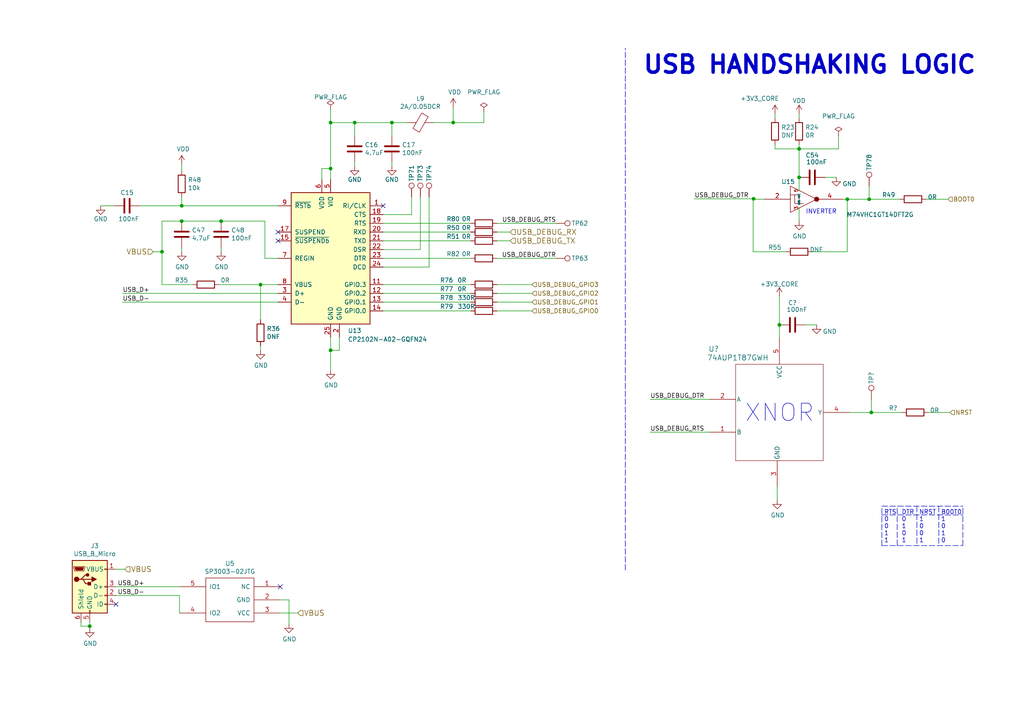
<source format=kicad_sch>
(kicad_sch (version 20211123) (generator eeschema)
  (paper "A4")
  (title_block (title "Open Smart Monitor") (date "2022-09-26") (rev "C") (company "Devtank LTD") (comment 1 "Part No: 304-010"))
  (lib_symbols
    (symbol "Connector:TestPoint" (pin_numbers hide) (pin_names (offset 0.762) hide)
      (property "Reference" "TP" (at 0 6.858 0))
      (property "Value" "TestPoint" (at 0 5.08 0))
      (symbol "TestPoint_0_1"
        (circle (center 0 3.302) (radius 0.762))
      )
      (symbol "TestPoint_1_1"
        (pin passive line (at 0 0 90) (length 2.54) (name "1") (number "1"))
      )
    )
    (symbol "Connector:USB_B_Micro" (pin_names (offset 1.016))
      (property "Reference" "J" (at -5.08 11.43 0))
      (property "Value" "USB_B_Micro" (at -5.08 8.89 0))
      (symbol "USB_B_Micro_0_1"
        (rectangle (start -5.08 -7.62) (end 5.08 7.62) (stroke (width 0.254)) (fill (type background)))
        (circle (center -3.81 2.159) (radius 0.635) (stroke (width 0.254)) (fill (type outline)))
        (circle (center -0.635 3.429) (radius 0.381) (stroke (width 0.254)) (fill (type outline)))
        (rectangle (start -0.127 -7.62) (end 0.127 -6.858))
        (polyline (pts (xy -1.905 2.159) (xy 0.635 2.159)) (stroke (width 0.254)))
        (polyline (pts (xy -3.175 2.159) (xy -2.54 2.159) (xy -1.27 3.429) (xy -0.635 3.429)) (stroke (width 0.254)))
        (polyline (pts (xy -2.54 2.159) (xy -1.905 2.159) (xy -1.27 0.889) (xy 0 0.889)) (stroke (width 0.254)))
        (polyline (pts (xy 0.635 2.794) (xy 0.635 1.524) (xy 1.905 2.159) (xy 0.635 2.794)) (stroke (width 0.254)) (fill (type outline)))
        (polyline (pts (xy -4.318 5.588) (xy -1.778 5.588) (xy -2.032 4.826) (xy -4.064 4.826) (xy -4.318 5.588)) (fill (type outline)))
        (polyline (pts (xy -4.699 5.842) (xy -4.699 5.588) (xy -4.445 4.826) (xy -4.445 4.572) (xy -1.651 4.572) (xy -1.651 4.826) (xy -1.397 5.588) (xy -1.397 5.842) (xy -4.699 5.842)))
        (rectangle (start 0.254 1.27) (end -0.508 0.508) (stroke (width 0.254)) (fill (type outline)))
        (rectangle (start 5.08 -5.207) (end 4.318 -4.953))
        (rectangle (start 5.08 -2.667) (end 4.318 -2.413))
        (rectangle (start 5.08 -0.127) (end 4.318 0.127))
        (rectangle (start 5.08 4.953) (end 4.318 5.207))
      )
      (symbol "USB_B_Micro_1_1"
        (pin power_out line (at 7.62 5.08 180) (length 2.54) (name "VBUS") (number "1"))
        (pin bidirectional line (at 7.62 -2.54 180) (length 2.54) (name "D-") (number "2"))
        (pin bidirectional line (at 7.62 0 180) (length 2.54) (name "D+") (number "3"))
        (pin passive line (at 7.62 -5.08 180) (length 2.54) (name "ID") (number "4"))
        (pin power_out line (at 0 -10.16 90) (length 2.54) (name "GND") (number "5"))
        (pin passive line (at -2.54 -10.16 90) (length 2.54) (name "Shield") (number "6"))
      )
    )
    (symbol "Device:C" (pin_numbers hide) (pin_names (offset 0.254))
      (property "Reference" "C" (at 0.635 2.54 0))
      (property "Value" "C" (at 0.635 -2.54 0))
      (symbol "C_0_1"
        (polyline (pts (xy -2.032 -0.762) (xy 2.032 -0.762)) (stroke (width 0.508)))
        (polyline (pts (xy -2.032 0.762) (xy 2.032 0.762)) (stroke (width 0.508)))
      )
      (symbol "C_1_1"
        (pin passive line (at 0 3.81 270) (length 2.794) (name "~") (number "1"))
        (pin passive line (at 0 -3.81 90) (length 2.794) (name "~") (number "2"))
      )
    )
    (symbol "Device:FerriteBead" (pin_numbers hide) (pin_names (offset 0))
      (property "Reference" "FB" (at -3.81 0.635 90))
      (property "Value" "FerriteBead" (at 3.81 0 90))
      (symbol "FerriteBead_0_1"
        (polyline (pts (xy 0 -1.27) (xy 0 -1.2192)))
        (polyline (pts (xy 0 1.27) (xy 0 1.2954)))
        (polyline (pts (xy -2.7686 0.4064) (xy -1.7018 2.2606) (xy 2.7686 -0.3048) (xy 1.6764 -2.159) (xy -2.7686 0.4064)))
      )
      (symbol "FerriteBead_1_1"
        (pin passive line (at 0 3.81 270) (length 2.54) (name "~") (number "1"))
        (pin passive line (at 0 -3.81 90) (length 2.54) (name "~") (number "2"))
      )
    )
    (symbol "Device:R" (pin_numbers hide) (pin_names (offset 0))
      (property "Reference" "R" (at 2.032 0 90))
      (property "Value" "R" (at 0 0 90))
      (symbol "R_0_1"
        (rectangle (start -1.016 -2.54) (end 1.016 2.54) (stroke (width 0.254)))
      )
      (symbol "R_1_1"
        (pin passive line (at 0 3.81 270) (length 1.27) (name "~") (number "1"))
        (pin passive line (at 0 -3.81 90) (length 1.27) (name "~") (number "2"))
      )
    )
    (symbol "Devtank:+3V3_CORE" (power) (pin_names (offset 0))
      (property "Value" "+3V3_CORE" (at 0 3.556 0))
      (symbol "+3V3_CORE_0_1"
        (polyline (pts (xy -0.762 1.27) (xy 0 2.54)))
        (polyline (pts (xy 0 0) (xy 0 2.54)))
        (polyline (pts (xy 0 2.54) (xy 0.762 1.27)))
      )
      (symbol "+3V3_CORE_1_1"
        (pin power_in line (at 0 0 90) (length 0) hide (name "+3V3_CORE") (number "1"))
      )
    )
    (symbol "Devtank:74AUP1T87GWH" (pin_names (offset 0.254))
      (property "Reference" "U" (at 0.635 9.525 0))
      (property "Value" "74AUP1T87GWH" (at 8.255 6.985 0))
      (symbol "74AUP1T87GWH_0_1"
        (polyline (pts (xy 7.62 -22.86) (xy 33.02 -22.86)) (stroke (width 0.127)))
        (polyline (pts (xy 7.62 5.08) (xy 7.62 -22.86)) (stroke (width 0.127)))
        (polyline (pts (xy 33.02 -22.86) (xy 33.02 5.08)) (stroke (width 0.127)))
        (polyline (pts (xy 33.02 5.08) (xy 7.62 5.08)) (stroke (width 0.127)))
        (pin input line (at 0 -14.605 0) (length 7.62) (name "B") (number "1"))
        (pin input line (at 0 -5.08 0) (length 7.62) (name "A") (number "2"))
        (pin power_out line (at 19.685 -30.48 90) (length 7.62) (name "GND") (number "3"))
        (pin output line (at 40.64 -8.89 180) (length 7.62) (name "Y") (number "4"))
        (pin power_in line (at 20.32 12.7 270) (length 7.62) (name "VCC") (number "5"))
      )
    )
    (symbol "Devtank:SP3003-02XJ" (pin_names (offset 1.016))
      (property "Reference" "U" (at -10.16 -7.62 0))
      (property "Value" "SP3003-02XJ" (at -5.08 7.62 0))
      (symbol "SP3003-02XJ_1_0"
        (rectangle (start -11.43 -6.35) (end 2.54 6.35))
      )
      (symbol "SP3003-02XJ_1_1"
        (pin input line (at -19.05 3.81 0) (length 7.62) (name "NC") (number "1"))
        (pin input line (at -19.05 0 0) (length 7.62) (name "GND") (number "2"))
        (pin input line (at -19.05 -3.81 0) (length 7.62) (name "VCC") (number "3"))
        (pin input line (at 10.16 -3.81 180) (length 7.62) (name "IO2") (number "4"))
        (pin input line (at 10.16 3.81 180) (length 7.62) (name "IO1") (number "5"))
      )
    )
    (symbol "OSM_env01-rescue:CP2102N-A01-GQFN24-silabs-Sensi_Board-rescue-ESP32-EVB_Rev_D-rescue" (pin_names (offset 1.016))
      (property "Reference" "U" (at -5.08 22.225 0))
      (property "Value" "CP2102N-A01-GQFN24-silabs-Sensi_Board-rescue-ESP32-EVB_Rev_D-rescue" (at -5.08 20.32 0))
      (symbol "CP2102N-A01-GQFN24-silabs-Sensi_Board-rescue-ESP32-EVB_Rev_D-rescue_0_1"
        (rectangle (start -11.43 19.05) (end 11.43 -19.05) (stroke (width 0.254)) (fill (type background)))
      )
      (symbol "CP2102N-A01-GQFN24-silabs-Sensi_Board-rescue-ESP32-EVB_Rev_D-rescue_1_1"
        (pin bidirectional line (at 15.24 15.24 180) (length 3.81) (name "RI/CLK") (number "1"))
        (pin no_connect line (at 10.16 -22.86 90) (length 3.81) hide (name "NC") (number "10"))
        (pin bidirectional line (at 15.24 -7.62 180) (length 3.81) (name "GPIO.3") (number "11"))
        (pin bidirectional line (at 15.24 -10.16 180) (length 3.81) (name "GPIO.2") (number "12"))
        (pin bidirectional line (at 15.24 -12.7 180) (length 3.81) (name "GPIO.1") (number "13"))
        (pin bidirectional line (at 15.24 -15.24 180) (length 3.81) (name "GPIO.0") (number "14"))
        (pin output line (at -15.24 5.08 0) (length 3.81) (name "~{SUSPENDb}") (number "15"))
        (pin no_connect line (at 7.62 -22.86 90) (length 3.81) hide (name "NC") (number "16"))
        (pin output line (at -15.24 7.62 0) (length 3.81) (name "SUSPEND") (number "17"))
        (pin input line (at 15.24 12.7 180) (length 3.81) (name "CTS") (number "18"))
        (pin output line (at 15.24 10.16 180) (length 3.81) (name "RTS") (number "19"))
        (pin power_in line (at 2.54 -22.86 90) (length 3.81) (name "GND") (number "2"))
        (pin input line (at 15.24 7.62 180) (length 3.81) (name "RXD") (number "20"))
        (pin output line (at 15.24 5.08 180) (length 3.81) (name "TXD") (number "21"))
        (pin input line (at 15.24 2.54 180) (length 3.81) (name "DSR") (number "22"))
        (pin output line (at 15.24 0 180) (length 3.81) (name "DTR") (number "23"))
        (pin input line (at 15.24 -2.54 180) (length 3.81) (name "DCD") (number "24"))
        (pin power_in line (at 0 -22.86 90) (length 3.81) (name "GND") (number "25"))
        (pin bidirectional line (at -15.24 -10.16 0) (length 3.81) (name "D+") (number "3"))
        (pin bidirectional line (at -15.24 -12.7 0) (length 3.81) (name "D-") (number "4"))
        (pin power_in line (at 0 22.86 270) (length 3.81) (name "VIO") (number "5"))
        (pin power_in line (at -2.54 22.86 270) (length 3.81) (name "VDD") (number "6"))
        (pin power_in line (at -15.24 0 0) (length 3.81) (name "REGIN") (number "7"))
        (pin input line (at -15.24 -7.62 0) (length 3.81) (name "VBUS") (number "8"))
        (pin input line (at -15.24 15.24 0) (length 3.81) (name "~{RSTb}") (number "9"))
      )
    )
    (symbol "OSM_env01-rescue:NL17SZ14-Devtank-ESP32-EVB_Rev_D-rescue" (pin_names (offset 0.762))
      (property "Reference" "U" (at 4.953 2.921 0))
      (property "Value" "NL17SZ14-Devtank-ESP32-EVB_Rev_D-rescue" (at 4.826 -3.175 0))
      (symbol "NL17SZ14-Devtank-ESP32-EVB_Rev_D-rescue_0_0"
        (polyline (pts (xy -3.81 3.81) (xy -3.81 -3.81) (xy 3.81 0) (xy -3.81 3.81)))
        (pin power_in line (at -1.27 -2.54 90) (length 0) (name "VSS") (number "3"))
        (pin power_in line (at -1.27 2.54 270) (length 0) (name "VCC") (number "5"))
      )
      (symbol "NL17SZ14-Devtank-ESP32-EVB_Rev_D-rescue_0_1"
        (polyline (pts (xy -2.54 1.27) (xy -1.27 1.27) (xy -1.27 -1.27) (xy 0 -1.27)))
        (polyline (pts (xy -1.27 -1.27) (xy -2.54 -1.27) (xy -2.54 1.27) (xy -3.81 1.27)))
        (circle (center 3.81 0) (radius 0.635) (fill (type outline)))
      )
      (symbol "NL17SZ14-Devtank-ESP32-EVB_Rev_D-rescue_1_1"
        (pin input line (at -11.43 0 0) (length 7.62) (name "~") (number "2"))
        (pin output line (at 11.43 0 180) (length 7.62) (name "~") (number "4"))
      )
      (symbol "NL17SZ14-Devtank-ESP32-EVB_Rev_D-rescue_1_2"
        (pin output inverted (at 11.43 0 180) (length 7.62) (name "~") (number "2"))
        (pin input inverted (at -11.43 0 0) (length 7.62) (name "~") (number "3"))
      )
    )
    (symbol "power:GND" (power) (pin_names (offset 0))
      (property "Value" "GND" (at 0 -3.81 0))
      (symbol "GND_0_1"
        (polyline (pts (xy 0 0) (xy 0 -1.27) (xy 1.27 -1.27) (xy 0 -2.54) (xy -1.27 -1.27) (xy 0 -1.27)))
      )
      (symbol "GND_1_1"
        (pin power_in line (at 0 0 270) (length 0) hide (name "GND") (number "1"))
      )
    )
    (symbol "power:PWR_FLAG" (power) (pin_numbers hide) (pin_names (offset 0) hide)
      (property "Value" "PWR_FLAG" (at 0 3.81 0))
      (symbol "PWR_FLAG_0_0"
        (pin power_out line (at 0 0 90) (length 0) (name "pwr") (number "1"))
      )
      (symbol "PWR_FLAG_0_1"
        (polyline (pts (xy 0 0) (xy 0 1.27) (xy -1.016 1.905) (xy 0 2.54) (xy 1.016 1.905) (xy 0 1.27)))
      )
    )
    (symbol "power:VDD" (power) (pin_names (offset 0))
      (property "Value" "VDD" (at 0 3.81 0))
      (symbol "VDD_0_1"
        (polyline (pts (xy -0.762 1.27) (xy 0 2.54)))
        (polyline (pts (xy 0 0) (xy 0 2.54)))
        (polyline (pts (xy 0 2.54) (xy 0.762 1.27)))
      )
      (symbol "VDD_1_1"
        (pin power_in line (at 0 0 90) (length 0) hide (name "VDD") (number "1"))
      )
    )
  )
  (junction (at 252.095 57.785))
  (junction (at 26.035 181.61))
  (junction (at 245.745 57.785))
  (junction (at 231.775 43.18))
  (junction (at 95.885 48.895))
  (junction (at 75.565 82.55))
  (junction (at 252.73 119.634))
  (junction (at 95.885 101.6))
  (junction (at 102.87 35.56))
  (junction (at 226.06 94.234))
  (junction (at 52.705 59.69))
  (junction (at 64.135 64.135))
  (junction (at 218.567 57.658))
  (junction (at 231.775 51.435))
  (junction (at 131.445 35.56))
  (junction (at 52.705 64.135))
  (junction (at 46.99 73.025))
  (junction (at 95.885 35.56))
  (junction (at 113.665 35.56))
  (no_connect (at 33.655 175.26))
  (no_connect (at 81.28 170.18))
  (no_connect (at 111.125 59.69))
  (no_connect (at 80.645 69.85))
  (no_connect (at 80.645 67.31))
  (wire (pts (xy 124.46 57.15) (xy 124.46 77.47)))
  (wire (pts (xy 83.82 173.99) (xy 83.82 180.975)))
  (wire (pts (xy 29.21 59.69) (xy 33.02 59.69)))
  (wire (pts (xy 111.125 64.77) (xy 136.525 64.77)))
  (wire (pts (xy 95.885 48.895) (xy 95.885 52.07)))
  (wire (pts (xy 231.775 43.18) (xy 243.205 43.18)))
  (wire (pts (xy 233.68 94.234) (xy 236.855 94.234)))
  (wire (pts (xy 111.125 87.63) (xy 136.525 87.63)))
  (wire (pts (xy 119.38 57.15) (xy 119.38 62.23)))
  (wire (pts (xy 231.775 60.325) (xy 231.775 64.135)))
  (wire (pts (xy 93.345 48.895) (xy 95.885 48.895)))
  (wire (pts (xy 64.135 64.135) (xy 52.705 64.135)))
  (wire (pts (xy 40.64 59.69) (xy 52.705 59.69)))
  (wire (pts (xy 26.035 180.34) (xy 26.035 181.61)))
  (wire (pts (xy 243.205 43.18) (xy 243.205 39.37)))
  (wire (pts (xy 252.73 119.634) (xy 261.62 119.634)))
  (wire (pts (xy 205.74 125.349) (xy 188.595 125.349)))
  (wire (pts (xy 76.835 64.135) (xy 64.135 64.135)))
  (wire (pts (xy 111.125 82.55) (xy 136.525 82.55)))
  (wire (pts (xy 95.885 107.315) (xy 95.885 101.6)))
  (wire (pts (xy 98.425 97.79) (xy 98.425 101.6)))
  (wire (pts (xy 111.125 67.31) (xy 136.525 67.31)))
  (wire (pts (xy 245.745 73.025) (xy 245.745 57.785)))
  (wire (pts (xy 33.655 165.1) (xy 36.195 165.1)))
  (wire (pts (xy 52.705 71.755) (xy 52.705 73.025)))
  (wire (pts (xy 218.44 57.785) (xy 221.615 57.785)))
  (wire (pts (xy 46.99 73.025) (xy 44.45 73.025)))
  (wire (pts (xy 113.665 35.56) (xy 102.87 35.56)))
  (wire (pts (xy 102.87 35.56) (xy 95.885 35.56)))
  (wire (pts (xy 46.99 82.55) (xy 55.88 82.55)))
  (wire (pts (xy 23.495 181.61) (xy 26.035 181.61)))
  (wire (pts (xy 80.645 87.63) (xy 35.56 87.63)))
  (wire (pts (xy 75.565 101.6) (xy 75.565 100.33)))
  (wire (pts (xy 144.145 74.93) (xy 161.29 74.93)))
  (wire (pts (xy 111.125 85.09) (xy 136.525 85.09)))
  (wire (pts (xy 113.665 48.26) (xy 113.665 46.99)))
  (wire (pts (xy 52.07 177.8) (xy 52.07 172.72)))
  (wire (pts (xy 111.125 69.85) (xy 136.525 69.85)))
  (wire (pts (xy 245.745 57.785) (xy 252.095 57.785)))
  (wire (pts (xy 81.28 173.99) (xy 83.82 173.99)))
  (polyline (pts (xy 255.778 158.242) (xy 279.273 158.242)))
  (polyline (pts (xy 255.778 149.352) (xy 279.273 149.352)))
  (wire (pts (xy 64.135 73.025) (xy 64.135 71.755)))
  (wire (pts (xy 80.645 74.93) (xy 76.835 74.93)))
  (wire (pts (xy 98.425 101.6) (xy 95.885 101.6)))
  (wire (pts (xy 231.775 55.245) (xy 231.775 51.435)))
  (wire (pts (xy 33.655 170.18) (xy 52.07 170.18)))
  (wire (pts (xy 239.395 51.435) (xy 242.57 51.435)))
  (wire (pts (xy 231.775 41.91) (xy 231.775 43.18)))
  (wire (pts (xy 23.495 180.34) (xy 23.495 181.61)))
  (wire (pts (xy 52.705 47.625) (xy 52.705 49.53)))
  (wire (pts (xy 147.955 67.31) (xy 144.145 67.31)))
  (wire (pts (xy 144.145 69.85) (xy 147.955 69.85)))
  (wire (pts (xy 121.92 57.15) (xy 121.92 72.39)))
  (wire (pts (xy 246.38 119.634) (xy 252.73 119.634)))
  (polyline (pts (xy 279.273 158.242) (xy 279.273 146.812)))
  (wire (pts (xy 52.705 64.135) (xy 46.99 64.135)))
  (wire (pts (xy 102.87 46.99) (xy 102.87 48.26)))
  (wire (pts (xy 52.705 59.69) (xy 80.645 59.69)))
  (wire (pts (xy 218.44 73.025) (xy 218.44 57.785)))
  (wire (pts (xy 268.605 57.785) (xy 274.955 57.785)))
  (wire (pts (xy 111.125 90.17) (xy 136.525 90.17)))
  (polyline (pts (xy 272.288 146.812) (xy 272.288 158.242)))
  (wire (pts (xy 231.775 43.18) (xy 231.775 51.435)))
  (polyline (pts (xy 260.223 158.242) (xy 260.223 146.812)))
  (wire (pts (xy 235.585 73.025) (xy 245.745 73.025)))
  (wire (pts (xy 75.565 92.71) (xy 75.565 82.55)))
  (wire (pts (xy 144.145 85.09) (xy 154.305 85.09)))
  (wire (pts (xy 111.125 62.23) (xy 119.38 62.23)))
  (wire (pts (xy 144.145 87.63) (xy 154.305 87.63)))
  (wire (pts (xy 205.74 115.824) (xy 188.595 115.824)))
  (polyline (pts (xy 181.356 165.354) (xy 181.356 13.97)))
  (wire (pts (xy 144.145 82.55) (xy 154.305 82.55)))
  (wire (pts (xy 75.565 82.55) (xy 80.645 82.55)))
  (wire (pts (xy 118.11 35.56) (xy 113.665 35.56)))
  (wire (pts (xy 52.705 57.15) (xy 52.705 59.69)))
  (wire (pts (xy 125.73 35.56) (xy 131.445 35.56)))
  (wire (pts (xy 140.335 35.56) (xy 131.445 35.56)))
  (wire (pts (xy 224.79 34.29) (xy 224.79 33.02)))
  (wire (pts (xy 226.06 98.044) (xy 226.06 94.234)))
  (wire (pts (xy 75.565 82.55) (xy 63.5 82.55)))
  (wire (pts (xy 231.775 34.29) (xy 231.775 33.02)))
  (wire (pts (xy 144.145 64.77) (xy 161.29 64.77)))
  (wire (pts (xy 26.035 181.61) (xy 26.035 182.245)))
  (wire (pts (xy 95.885 101.6) (xy 95.885 97.79)))
  (wire (pts (xy 81.28 177.8) (xy 86.36 177.8)))
  (wire (pts (xy 140.335 32.385) (xy 140.335 35.56)))
  (wire (pts (xy 218.567 57.658) (xy 201.422 57.658)))
  (wire (pts (xy 227.965 73.025) (xy 218.44 73.025)))
  (wire (pts (xy 93.345 52.07) (xy 93.345 48.895)))
  (wire (pts (xy 252.095 57.785) (xy 260.985 57.785)))
  (wire (pts (xy 252.73 115.824) (xy 252.73 119.634)))
  (wire (pts (xy 244.475 57.785) (xy 245.745 57.785)))
  (polyline (pts (xy 255.778 146.812) (xy 279.273 146.812)))
  (wire (pts (xy 131.445 31.115) (xy 131.445 35.56)))
  (wire (pts (xy 95.885 35.56) (xy 95.885 48.895)))
  (wire (pts (xy 224.79 41.91) (xy 224.79 43.18)))
  (wire (pts (xy 111.125 74.93) (xy 136.525 74.93)))
  (wire (pts (xy 269.24 119.634) (xy 275.59 119.634)))
  (polyline (pts (xy 265.938 146.812) (xy 265.938 158.242)))
  (wire (pts (xy 224.79 43.18) (xy 231.775 43.18)))
  (wire (pts (xy 102.87 39.37) (xy 102.87 35.56)))
  (wire (pts (xy 76.835 74.93) (xy 76.835 64.135)))
  (wire (pts (xy 46.99 73.025) (xy 46.99 82.55)))
  (wire (pts (xy 95.885 31.75) (xy 95.885 35.56)))
  (polyline (pts (xy 255.778 147.447) (xy 255.778 158.242)))
  (wire (pts (xy 113.665 39.37) (xy 113.665 35.56)))
  (wire (pts (xy 226.06 85.979) (xy 226.06 94.234)))
  (wire (pts (xy 111.125 72.39) (xy 121.92 72.39)))
  (wire (pts (xy 33.655 172.72) (xy 52.07 172.72)))
  (wire (pts (xy 111.125 77.47) (xy 124.46 77.47)))
  (wire (pts (xy 225.425 141.224) (xy 225.425 145.034)))
  (wire (pts (xy 80.645 85.09) (xy 35.56 85.09)))
  (wire (pts (xy 144.145 90.17) (xy 154.305 90.17)))
  (wire (pts (xy 46.99 64.135) (xy 46.99 73.025)))
  (wire (pts (xy 252.095 53.975) (xy 252.095 57.785)))
  (text "USB HANDSHAKING LOGIC" (at 186.182 21.844 0) (effects (font (size 5 5) (thickness 1) bold) (justify left bottom)))
  (text "RTS\n0\n0\n1\n1" (at 256.413 157.607 0) (effects (font (size 1.27 1.27)) (justify left bottom)))
  (text "INVERTER" (at 233.68 62.23 0) (effects (font (size 1.27 1.27)) (justify left bottom)))
  (text "XNOR" (at 215.9 122.809 0) (effects (font (size 5 5)) (justify left bottom)))
  (text "B00T0\n1\n0\n1\n0" (at 272.923 157.607 0) (effects (font (size 1.27 1.27)) (justify left bottom)))
  (text "DTR\n0\n1\n0\n1" (at 261.493 157.607 0) (effects (font (size 1.27 1.27)) (justify left bottom)))
  (text "NRST\n1\n0\n0\n1" (at 266.573 157.607 0) (effects (font (size 1.27 1.27)) (justify left bottom)))
  (label "USB_DEBUG_DTR" (at 161.29 74.93 180))
  (label "USB_DEBUG_RTS" (at 161.29 64.77 180))
  (label "USB_D-" (at 41.91 172.72 180))
  (label "USB_D+" (at 35.56 85.09 0))
  (label "USB_DEBUG_RTS" (at 188.595 125.349 0))
  (label "USB_DEBUG_DTR" (at 201.422 57.658 0))
  (label "USB_DEBUG_DTR" (at 188.595 115.824 0))
  (label "USB_D+" (at 41.91 170.18 180))
  (label "USB_D-" (at 35.56 87.63 0))
  (hierarchical_label "VBUS" (shape input) (at 36.195 165.1 0) (effects (font (size 1.524 1.524))))
  (hierarchical_label "USB_DEBUG_RX" (shape input) (at 147.955 67.31 0) (effects (font (size 1.524 1.524))))
  (hierarchical_label "NRST" (shape input) (at 275.59 119.634 0))
  (hierarchical_label "BOOT0" (shape input) (at 274.955 57.785 0))
  (hierarchical_label "USB_DEBUG_GPIO0" (shape input) (at 154.305 90.17 0))
  (hierarchical_label "USB_DEBUG_GPIO2" (shape input) (at 154.305 85.09 0))
  (hierarchical_label "USB_DEBUG_TX" (shape input) (at 147.955 69.85 0) (effects (font (size 1.524 1.524))))
  (hierarchical_label "USB_DEBUG_GPIO3" (shape input) (at 154.305 82.55 0))
  (hierarchical_label "VBUS" (shape input) (at 44.45 73.025 180) (effects (font (size 1.524 1.524))))
  (hierarchical_label "VBUS" (shape input) (at 86.36 177.8 0) (effects (font (size 1.524 1.524))))
  (hierarchical_label "USB_DEBUG_GPIO1" (shape input) (at 154.305 87.63 0))
  (symbol (lib_id "OSM_env01-rescue:CP2102N-A01-GQFN24-silabs-Sensi_Board-rescue-ESP32-EVB_Rev_D-rescue") (at 95.885 74.93 0) (unit 1)
    (property "Reference" "U13" (at 102.87 95.885 0))
    (property "Value" "CP2102N-A02-GQFN24" (at 112.395 98.425 0))
    (property "Footprint" "Devtank_PCB_lib:CP2102_QFN-24-1EP_4x4mm_P0.5mm_EP2.6x2.6mm_ThermalVias_0.3mmdrill" (effects hide))
    (property "Datasheet" "http://www.silabs.com/support%20documents/technicaldocs/cp2102n-datasheet.pdf" (effects hide))
    (property "Devtank" "118-007" (effects hide))
  )
  (symbol (lib_id "power:GND") (at 95.885 107.315 0) (unit 1)
    (property "Reference" "#PWR0136" (effects hide))
    (property "Value" "GND" (at 96.012 111.7092 0))
  )
  (symbol (lib_id "power:GND") (at 102.87 48.26 0) (unit 1)
    (property "Reference" "#PWR0137" (effects hide))
    (property "Value" "GND" (at 102.87 52.07 0))
  )
  (symbol (lib_id "power:GND") (at 113.665 48.26 0) (unit 1)
    (property "Reference" "#PWR0138" (effects hide))
    (property "Value" "GND" (at 113.665 52.07 0))
  )
  (symbol (lib_id "power:GND") (at 29.21 59.69 0) (unit 1)
    (property "Reference" "#PWR0131" (effects hide))
    (property "Value" "GND" (at 29.21 63.5 0))
  )
  (symbol (lib_id "Device:C") (at 102.87 43.18 0) (unit 1)
    (property "Reference" "C16" (at 105.791 42.0116 0) (effects (justify left)))
    (property "Value" "4.7uF" (at 105.791 44.323 0) (effects (justify left)))
    (property "Footprint" "Capacitor_SMD:C_0402_1005Metric" (effects hide))
  )
  (symbol (lib_id "Device:C") (at 113.665 43.18 0) (unit 1)
    (property "Reference" "C17" (at 116.586 42.0116 0) (effects (justify left)))
    (property "Value" "100nF" (at 116.586 44.323 0) (effects (justify left)))
    (property "Footprint" "Capacitor_SMD:C_0402_1005Metric" (effects hide))
  )
  (symbol (lib_id "Device:C") (at 36.83 59.69 270) (unit 1)
    (property "Reference" "C15" (at 34.925 55.88 90) (effects (justify left)))
    (property "Value" "100nF" (at 34.29 63.5 90) (effects (justify left)))
    (property "Footprint" "Capacitor_SMD:C_0402_1005Metric" (effects hide))
  )
  (symbol (lib_id "Device:R") (at 52.705 53.34 180) (unit 1)
    (property "Reference" "R48" (at 54.483 52.1716 0) (effects (justify right)))
    (property "Value" "10k" (at 54.483 54.483 0) (effects (justify right)))
    (property "Footprint" "Resistor_SMD:R_0603_1608Metric" (effects hide))
  )
  (symbol (lib_id "Device:R") (at 140.335 67.31 90) (unit 1)
    (property "Reference" "R50" (at 131.445 66.04 90))
    (property "Value" "0R" (at 135.255 66.04 90))
    (property "Footprint" "Resistor_SMD:R_0603_1608Metric" (effects hide))
  )
  (symbol (lib_id "Device:R") (at 140.335 69.85 90) (unit 1)
    (property "Reference" "R51" (at 131.445 68.58 90))
    (property "Value" "0R" (at 135.255 68.58 90))
    (property "Footprint" "Resistor_SMD:R_0603_1608Metric" (effects hide))
  )
  (symbol (lib_id "Device:R") (at 140.335 87.63 90) (unit 1)
    (property "Reference" "R78" (at 129.54 86.36 90))
    (property "Value" "330R" (at 135.255 86.36 90))
    (property "Footprint" "Resistor_SMD:R_0603_1608Metric" (effects hide))
  )
  (symbol (lib_id "Device:R") (at 140.335 90.17 90) (unit 1)
    (property "Reference" "R79" (at 129.54 88.9 90))
    (property "Value" "330R" (at 135.255 88.9 90))
    (property "Footprint" "Resistor_SMD:R_0603_1608Metric" (effects hide))
  )
  (symbol (lib_id "Device:R") (at 140.335 82.55 90) (unit 1)
    (property "Reference" "R76" (at 129.54 81.28 90))
    (property "Value" "0R" (at 133.985 81.28 90))
    (property "Footprint" "Resistor_SMD:R_0603_1608Metric" (effects hide))
  )
  (symbol (lib_id "Device:R") (at 140.335 85.09 90) (unit 1)
    (property "Reference" "R77" (at 129.54 83.82 90))
    (property "Value" "0R" (at 133.985 83.82 90))
    (property "Footprint" "Resistor_SMD:R_0603_1608Metric" (effects hide))
  )
  (symbol (lib_id "Connector:USB_B_Micro") (at 26.035 170.18 0) (unit 1)
    (property "Reference" "J3" (at 27.4828 158.3182 0))
    (property "Value" "USB_B_Micro" (at 27.4828 160.6296 0))
    (property "Footprint" "Devtank_PCB_lib:MOLEX_105017-0001_USB_B" (effects hide))
  )
  (symbol (lib_id "power:GND") (at 26.035 182.245 0) (unit 1)
    (property "Reference" "#PWR058" (effects hide))
    (property "Value" "GND" (at 26.162 186.6392 0))
  )
  (symbol (lib_id "Devtank:SP3003-02XJ") (at 62.23 173.99 0) (mirror y) (unit 1)
    (property "Reference" "U5" (at 66.675 163.449 0))
    (property "Value" "SP3003-02JTG" (at 66.675 165.7604 0))
    (property "Footprint" "Package_TO_SOT_SMD:SOT-353_SC-70-5" (effects hide))
    (property "Datasheet" "DOCUMENTATION" (effects hide))
  )
  (symbol (lib_id "power:GND") (at 83.82 180.975 0) (unit 1)
    (property "Reference" "#PWR0103" (effects hide))
    (property "Value" "GND" (at 83.947 185.3692 0))
  )
  (symbol (lib_id "Device:C") (at 64.135 67.945 0) (unit 1)
    (property "Reference" "C48" (at 67.056 66.7766 0) (effects (justify left)))
    (property "Value" "100nF" (at 67.056 69.088 0) (effects (justify left)))
    (property "Footprint" "Capacitor_SMD:C_0402_1005Metric" (effects hide))
  )
  (symbol (lib_id "Device:C") (at 52.705 67.945 0) (unit 1)
    (property "Reference" "C47" (at 55.626 66.7766 0) (effects (justify left)))
    (property "Value" "4.7uF" (at 55.626 69.088 0) (effects (justify left)))
    (property "Footprint" "Capacitor_SMD:C_0402_1005Metric" (effects hide))
  )
  (symbol (lib_id "Device:R") (at 75.565 96.52 0) (unit 1)
    (property "Reference" "R36" (at 77.343 95.3516 0) (effects (justify left)))
    (property "Value" "DNF" (at 77.343 97.663 0) (effects (justify left)))
    (property "Footprint" "Resistor_SMD:R_0603_1608Metric" (effects hide))
  )
  (symbol (lib_id "Device:R") (at 59.69 82.55 90) (unit 1)
    (property "Reference" "R35" (at 54.61 81.28 90) (effects (justify left)))
    (property "Value" "0R" (at 66.675 81.28 90) (effects (justify left)))
    (property "Footprint" "Resistor_SMD:R_0603_1608Metric" (effects hide))
  )
  (symbol (lib_id "power:GND") (at 52.705 73.025 0) (unit 1)
    (property "Reference" "#PWR0110" (effects hide))
    (property "Value" "GND" (at 52.832 77.4192 0))
  )
  (symbol (lib_id "power:GND") (at 64.135 73.025 0) (unit 1)
    (property "Reference" "#PWR0112" (effects hide))
    (property "Value" "GND" (at 64.262 77.4192 0))
  )
  (symbol (lib_id "power:GND") (at 75.565 101.6 0) (unit 1)
    (property "Reference" "#PWR0124" (effects hide))
    (property "Value" "GND" (at 75.692 105.9942 0))
  )
  (symbol (lib_id "power:VDD") (at 52.705 47.625 0) (unit 1)
    (property "Reference" "#PWR0125" (effects hide))
    (property "Value" "VDD" (at 53.1368 43.2308 0))
  )
  (symbol (lib_id "power:VDD") (at 131.445 31.115 0) (unit 1)
    (property "Reference" "#PWR0126" (effects hide))
    (property "Value" "VDD" (at 131.8768 26.7208 0))
  )
  (symbol (lib_id "power:PWR_FLAG") (at 140.335 32.385 0) (unit 1)
    (property "Reference" "#FLG0103" (effects hide))
    (property "Value" "PWR_FLAG" (at 140.335 26.7208 0))
  )
  (symbol (lib_id "power:VDD") (at 231.775 33.02 0) (unit 1)
    (property "Reference" "#PWR0148" (effects hide))
    (property "Value" "VDD" (at 231.775 29.21 0))
  )
  (symbol (lib_id "Device:R") (at 224.79 38.1 0) (unit 1)
    (property "Reference" "R23" (at 226.568 36.9316 0) (effects (justify left)))
    (property "Value" "DNF" (at 226.568 39.243 0) (effects (justify left)))
    (property "Footprint" "Resistor_SMD:R_0603_1608Metric" (effects hide))
  )
  (symbol (lib_id "Device:R") (at 231.775 38.1 0) (unit 1)
    (property "Reference" "R24" (at 233.553 36.9316 0) (effects (justify left)))
    (property "Value" "0R" (at 233.553 39.243 0) (effects (justify left)))
    (property "Footprint" "Resistor_SMD:R_0603_1608Metric" (effects hide))
  )
  (symbol (lib_id "power:PWR_FLAG") (at 243.205 39.37 0) (unit 1)
    (property "Reference" "#FLG0108" (effects hide))
    (property "Value" "PWR_FLAG" (at 243.205 33.7058 0))
  )
  (symbol (lib_id "OSM_env01-rescue:NL17SZ14-Devtank-ESP32-EVB_Rev_D-rescue") (at 233.045 57.785 0) (unit 1)
    (property "Reference" "U15" (at 228.6 52.705 0))
    (property "Value" "M74VHC1GT14DFT2G" (at 255.27 62.23 0))
    (property "Footprint" "Package_TO_SOT_SMD:SOT-353_SC-70-5" (effects hide))
  )
  (symbol (lib_id "power:GND") (at 231.775 64.135 0) (unit 1)
    (property "Reference" "#PWR0109" (effects hide))
    (property "Value" "GND" (at 231.902 68.5292 0))
  )
  (symbol (lib_id "Device:C") (at 235.585 51.435 270) (unit 1)
    (property "Reference" "C54" (at 235.585 45.0342 90))
    (property "Value" "100nF" (at 236.855 46.99 90))
    (property "Footprint" "Capacitor_SMD:C_0402_1005Metric" (effects hide))
  )
  (symbol (lib_id "power:GND") (at 242.57 51.435 0) (unit 1)
    (property "Reference" "#PWR0119" (effects hide))
    (property "Value" "GND" (at 246.38 53.34 0))
  )
  (symbol (lib_id "Connector:TestPoint") (at 119.38 57.15 0) (unit 1)
    (property "Reference" "TP71" (at 119.38 52.705 90) (effects (justify left)))
    (property "Value" "Test_Point" (effects hide))
    (property "Footprint" "TestPoint:TestPoint_THTPad_D1.0mm_Drill0.5mm" (effects hide))
  )
  (symbol (lib_id "Device:R") (at 265.43 119.634 90) (unit 1)
    (property "Reference" "R?" (at 260.35 118.364 90) (effects (justify left)))
    (property "Value" "0R" (at 272.415 118.999 90) (effects (justify left)))
    (property "Footprint" "Resistor_SMD:R_0603_1608Metric" (effects hide))
  )
  (symbol (lib_id "power:PWR_FLAG") (at 95.885 31.75 0) (unit 1)
    (property "Reference" "#FLG07" (effects hide))
    (property "Value" "PWR_FLAG" (at 95.885 28.1742 0))
  )
  (symbol (lib_id "Connector:TestPoint") (at 252.73 115.824 0) (unit 1)
    (property "Reference" "TP?" (at 252.73 111.379 90) (effects (justify left)))
    (property "Value" "Test_Point" (effects hide))
    (property "Footprint" "TestPoint:TestPoint_THTPad_D1.0mm_Drill0.5mm" (effects hide))
  )
  (symbol (lib_id "Device:R") (at 140.335 74.93 90) (unit 1)
    (property "Reference" "R82" (at 131.445 73.66 90))
    (property "Value" "0R" (at 135.255 73.66 90))
    (property "Footprint" "Resistor_SMD:R_0603_1608Metric" (effects hide))
  )
  (symbol (lib_id "Device:R") (at 264.795 57.785 90) (unit 1)
    (property "Reference" "R49" (at 259.715 56.515 90) (effects (justify left)))
    (property "Value" "0R" (at 271.78 57.15 90) (effects (justify left)))
    (property "Footprint" "Resistor_SMD:R_0603_1608Metric" (effects hide))
  )
  (symbol (lib_id "Device:C") (at 229.87 94.234 270) (unit 1)
    (property "Reference" "C?" (at 229.87 87.8332 90))
    (property "Value" "100nF" (at 231.14 89.789 90))
    (property "Footprint" "Capacitor_SMD:C_0402_1005Metric" (effects hide))
  )
  (symbol (lib_id "power:GND") (at 236.855 94.234 0) (unit 1)
    (property "Reference" "#PWR?" (effects hide))
    (property "Value" "GND" (at 240.665 96.139 0))
  )
  (symbol (lib_id "Devtank:+3V3_CORE") (at 224.79 33.02 0) (unit 1)
    (property "Reference" "#PWR098" (effects hide))
    (property "Value" "+3V3_CORE" (at 220.345 28.575 0))
  )
  (symbol (lib_id "power:GND") (at 225.425 145.034 0) (unit 1)
    (property "Reference" "#PWR?" (effects hide))
    (property "Value" "GND" (at 225.552 149.4282 0))
  )
  (symbol (lib_id "Connector:TestPoint") (at 161.29 64.77 270) (unit 1)
    (property "Reference" "TP62" (at 165.735 64.77 90) (effects (justify left)))
    (property "Value" "Test_Point" (effects hide))
    (property "Footprint" "TestPoint:TestPoint_THTPad_D1.0mm_Drill0.5mm" (effects hide))
  )
  (symbol (lib_id "Connector:TestPoint") (at 121.92 57.15 0) (unit 1)
    (property "Reference" "TP73" (at 121.92 52.705 90) (effects (justify left)))
    (property "Value" "Test_Point" (effects hide))
    (property "Footprint" "TestPoint:TestPoint_THTPad_D1.0mm_Drill0.5mm" (effects hide))
  )
  (symbol (lib_id "Connector:TestPoint") (at 252.095 53.975 0) (unit 1)
    (property "Reference" "TP78" (at 252.095 49.53 90) (effects (justify left)))
    (property "Value" "Test_Point" (effects hide))
    (property "Footprint" "TestPoint:TestPoint_THTPad_D1.0mm_Drill0.5mm" (effects hide))
  )
  (symbol (lib_id "Connector:TestPoint") (at 161.29 74.93 270) (unit 1)
    (property "Reference" "TP63" (at 165.735 74.93 90) (effects (justify left)))
    (property "Value" "Test_Point" (effects hide))
    (property "Footprint" "TestPoint:TestPoint_THTPad_D1.0mm_Drill0.5mm" (effects hide))
  )
  (symbol (lib_id "Device:R") (at 231.775 73.025 90) (unit 1)
    (property "Reference" "R55" (at 226.695 71.755 90) (effects (justify left)))
    (property "Value" "DNF" (at 238.76 72.39 90) (effects (justify left)))
    (property "Footprint" "Resistor_SMD:R_0603_1608Metric" (effects hide))
  )
  (symbol (lib_id "Device:FerriteBead") (at 121.92 35.56 270) (unit 1)
    (property "Reference" "L9" (at 121.92 28.6004 90))
    (property "Value" "2A/0.05DCR" (at 121.92 30.9118 90))
    (property "Footprint" "Inductor_SMD:L_0402_1005Metric" (effects hide))
  )
  (symbol (lib_id "Connector:TestPoint") (at 124.46 57.15 0) (unit 1)
    (property "Reference" "TP74" (at 124.46 52.705 90) (effects (justify left)))
    (property "Value" "Test_Point" (effects hide))
    (property "Footprint" "TestPoint:TestPoint_THTPad_D1.0mm_Drill0.5mm" (effects hide))
  )
  (symbol (lib_id "Devtank:+3V3_CORE") (at 226.06 85.979 0) (unit 1)
    (property "Reference" "#PWR?" (effects hide))
    (property "Value" "+3V3_CORE" (at 226.06 82.4032 0))
  )
  (symbol (lib_id "Devtank:74AUP1T87GWH") (at 205.74 110.744 0) (unit 1)
    (property "Reference" "U?" (at 207.01 101.219 0) (effects (font (size 1.524 1.524))))
    (property "Value" "74AUP1T87GWH" (at 213.995 103.759 0) (effects (font (size 1.524 1.524))))
  )
  (symbol (lib_id "Device:R") (at 140.335 64.77 90) (unit 1)
    (property "Reference" "R80" (at 131.445 63.5 90))
    (property "Value" "0R" (at 135.255 63.5 90))
    (property "Footprint" "Resistor_SMD:R_0603_1608Metric" (effects hide))
  )
)
</source>
